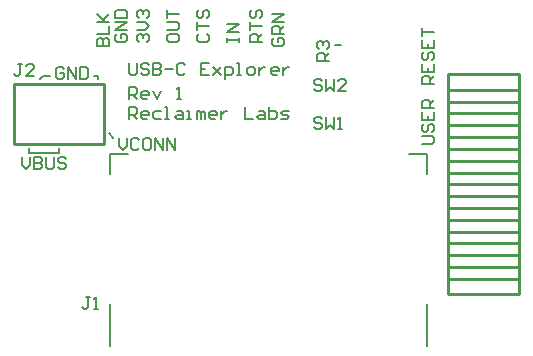
<source format=gto>
G04 Layer_Color=65535*
%FSLAX25Y25*%
%MOIN*%
G70*
G01*
G75*
%ADD17C,0.01000*%
%ADD47C,0.00787*%
%ADD48C,0.00800*%
D17*
X247189Y132386D02*
Y205614D01*
X270811D01*
Y132386D02*
Y205614D01*
X247189Y132386D02*
X270811D01*
X247189Y169000D02*
X270811D01*
X247189Y172937D02*
X270811D01*
X247189Y176874D02*
X270811D01*
X247189Y180811D02*
X270811D01*
X247189Y184748D02*
X270811D01*
X247189Y188685D02*
X270811D01*
X247189Y192622D02*
X270811D01*
X247189Y196559D02*
X270811D01*
X247189Y200496D02*
X270811D01*
X247189Y165063D02*
X270811D01*
X247189Y161126D02*
X270811D01*
X247189Y157189D02*
X270811D01*
X247189Y153252D02*
X270811D01*
X247189Y149315D02*
X270811D01*
X247189Y145378D02*
X270811D01*
X247189Y141441D02*
X270811D01*
X247189Y137504D02*
X270811D01*
X102500Y182500D02*
Y202500D01*
X132500D01*
Y182500D02*
Y202500D01*
X102500Y182500D02*
X132500D01*
D47*
X209500Y215500D02*
X211500D01*
D48*
X134500Y115000D02*
Y129000D01*
X240000Y115000D02*
Y129000D01*
X134500Y172500D02*
Y179000D01*
X140500D01*
X234000D02*
X240000D01*
Y172500D02*
Y179000D01*
X107500Y179500D02*
Y181000D01*
Y179500D02*
X117500D01*
Y181000D01*
X134000Y186000D02*
X135500Y184500D01*
X130500Y204000D02*
Y205000D01*
X129000D02*
X130500D01*
X112000D02*
X114500D01*
X111000Y204000D02*
X112000Y205000D01*
X140800Y209569D02*
Y206236D01*
X141466Y205570D01*
X142799D01*
X143466Y206236D01*
Y209569D01*
X147465Y208902D02*
X146798Y209569D01*
X145465D01*
X144799Y208902D01*
Y208236D01*
X145465Y207569D01*
X146798D01*
X147465Y206903D01*
Y206236D01*
X146798Y205570D01*
X145465D01*
X144799Y206236D01*
X148797Y209569D02*
Y205570D01*
X150797D01*
X151463Y206236D01*
Y206903D01*
X150797Y207569D01*
X148797D01*
X150797D01*
X151463Y208236D01*
Y208902D01*
X150797Y209569D01*
X148797D01*
X152796Y207569D02*
X155462D01*
X159461Y208902D02*
X158794Y209569D01*
X157461D01*
X156795Y208902D01*
Y206236D01*
X157461Y205570D01*
X158794D01*
X159461Y206236D01*
X167458Y209569D02*
X164792D01*
Y205570D01*
X167458D01*
X164792Y207569D02*
X166125D01*
X168791Y208236D02*
X171457Y205570D01*
X170124Y206903D01*
X171457Y208236D01*
X168791Y205570D01*
X172790Y204237D02*
Y208236D01*
X174789D01*
X175455Y207569D01*
Y206236D01*
X174789Y205570D01*
X172790D01*
X176788D02*
X178121D01*
X177455D01*
Y209569D01*
X176788D01*
X180787Y205570D02*
X182120D01*
X182786Y206236D01*
Y207569D01*
X182120Y208236D01*
X180787D01*
X180121Y207569D01*
Y206236D01*
X180787Y205570D01*
X184119Y208236D02*
Y205570D01*
Y206903D01*
X184786Y207569D01*
X185452Y208236D01*
X186119D01*
X190117Y205570D02*
X188785D01*
X188118Y206236D01*
Y207569D01*
X188785Y208236D01*
X190117D01*
X190784Y207569D01*
Y206903D01*
X188118D01*
X192117Y208236D02*
Y205570D01*
Y206903D01*
X192783Y207569D01*
X193450Y208236D01*
X194116D01*
X140800Y197519D02*
Y201517D01*
X142799D01*
X143466Y200851D01*
Y199518D01*
X142799Y198851D01*
X140800D01*
X142133D02*
X143466Y197519D01*
X146798D02*
X145465D01*
X144799Y198185D01*
Y199518D01*
X145465Y200184D01*
X146798D01*
X147465Y199518D01*
Y198851D01*
X144799D01*
X148797Y200184D02*
X150130Y197519D01*
X151463Y200184D01*
X156795Y197519D02*
X158128D01*
X157461D01*
Y201517D01*
X156795Y200851D01*
X140800Y190800D02*
Y194799D01*
X142799D01*
X143466Y194132D01*
Y192799D01*
X142799Y192133D01*
X140800D01*
X142133D02*
X143466Y190800D01*
X146798D02*
X145465D01*
X144799Y191466D01*
Y192799D01*
X145465Y193466D01*
X146798D01*
X147465Y192799D01*
Y192133D01*
X144799D01*
X151463Y193466D02*
X149464D01*
X148797Y192799D01*
Y191466D01*
X149464Y190800D01*
X151463D01*
X152796D02*
X154129D01*
X153463D01*
Y194799D01*
X152796D01*
X156795Y193466D02*
X158128D01*
X158794Y192799D01*
Y190800D01*
X156795D01*
X156128Y191466D01*
X156795Y192133D01*
X158794D01*
X160127Y190800D02*
X161460D01*
X160794D01*
Y193466D01*
X160127D01*
X163459Y190800D02*
Y193466D01*
X164126D01*
X164792Y192799D01*
Y190800D01*
Y192799D01*
X165459Y193466D01*
X166125Y192799D01*
Y190800D01*
X169457D02*
X168124D01*
X167458Y191466D01*
Y192799D01*
X168124Y193466D01*
X169457D01*
X170124Y192799D01*
Y192133D01*
X167458D01*
X171457Y193466D02*
Y190800D01*
Y192133D01*
X172123Y192799D01*
X172790Y193466D01*
X173456D01*
X179454Y194799D02*
Y190800D01*
X182120D01*
X184119Y193466D02*
X185452D01*
X186119Y192799D01*
Y190800D01*
X184119D01*
X183453Y191466D01*
X184119Y192133D01*
X186119D01*
X187452Y194799D02*
Y190800D01*
X189451D01*
X190117Y191466D01*
Y192133D01*
Y192799D01*
X189451Y193466D01*
X187452D01*
X191450Y190800D02*
X193450D01*
X194116Y191466D01*
X193450Y192133D01*
X192117D01*
X191450Y192799D01*
X192117Y193466D01*
X194116D01*
X205166Y190832D02*
X204499Y191499D01*
X203167D01*
X202500Y190832D01*
Y190166D01*
X203167Y189499D01*
X204499D01*
X205166Y188833D01*
Y188166D01*
X204499Y187500D01*
X203167D01*
X202500Y188166D01*
X206499Y191499D02*
Y187500D01*
X207832Y188833D01*
X209165Y187500D01*
Y191499D01*
X210497Y187500D02*
X211830D01*
X211164D01*
Y191499D01*
X210497Y190832D01*
X105166Y208999D02*
X103833D01*
X104499D01*
Y205666D01*
X103833Y205000D01*
X103166D01*
X102500Y205666D01*
X109165Y205000D02*
X106499D01*
X109165Y207666D01*
Y208332D01*
X108498Y208999D01*
X107165D01*
X106499Y208332D01*
X127666Y131499D02*
X126333D01*
X126999D01*
Y128166D01*
X126333Y127500D01*
X125666D01*
X125000Y128166D01*
X128999Y127500D02*
X130332D01*
X129665D01*
Y131499D01*
X128999Y130832D01*
X205166Y203332D02*
X204499Y203999D01*
X203167D01*
X202500Y203332D01*
Y202666D01*
X203167Y201999D01*
X204499D01*
X205166Y201333D01*
Y200666D01*
X204499Y200000D01*
X203167D01*
X202500Y200666D01*
X206499Y203999D02*
Y200000D01*
X207832Y201333D01*
X209165Y200000D01*
Y203999D01*
X213163Y200000D02*
X210497D01*
X213163Y202666D01*
Y203332D01*
X212497Y203999D01*
X211164D01*
X210497Y203332D01*
X207500Y210000D02*
X203501D01*
Y211999D01*
X204168Y212666D01*
X205501D01*
X206167Y211999D01*
Y210000D01*
Y211333D02*
X207500Y212666D01*
X204168Y213999D02*
X203501Y214665D01*
Y215998D01*
X204168Y216665D01*
X204834D01*
X205501Y215998D01*
Y215332D01*
Y215998D01*
X206167Y216665D01*
X206834D01*
X207500Y215998D01*
Y214665D01*
X206834Y213999D01*
X119166Y207332D02*
X118499Y207999D01*
X117166D01*
X116500Y207332D01*
Y204666D01*
X117166Y204000D01*
X118499D01*
X119166Y204666D01*
Y205999D01*
X117833D01*
X120499Y204000D02*
Y207999D01*
X123164Y204000D01*
Y207999D01*
X124497D02*
Y204000D01*
X126497D01*
X127163Y204666D01*
Y207332D01*
X126497Y207999D01*
X124497D01*
X137500Y184499D02*
Y181833D01*
X138833Y180500D01*
X140166Y181833D01*
Y184499D01*
X144165Y183832D02*
X143498Y184499D01*
X142165D01*
X141499Y183832D01*
Y181167D01*
X142165Y180500D01*
X143498D01*
X144165Y181167D01*
X147497Y184499D02*
X146164D01*
X145497Y183832D01*
Y181167D01*
X146164Y180500D01*
X147497D01*
X148163Y181167D01*
Y183832D01*
X147497Y184499D01*
X149496Y180500D02*
Y184499D01*
X152162Y180500D01*
Y184499D01*
X153495Y180500D02*
Y184499D01*
X156161Y180500D01*
Y184499D01*
X105000Y177999D02*
Y175333D01*
X106333Y174000D01*
X107666Y175333D01*
Y177999D01*
X108999D02*
Y174000D01*
X110998D01*
X111664Y174667D01*
Y175333D01*
X110998Y175999D01*
X108999D01*
X110998D01*
X111664Y176666D01*
Y177332D01*
X110998Y177999D01*
X108999D01*
X112997D02*
Y174667D01*
X113664Y174000D01*
X114997D01*
X115663Y174667D01*
Y177999D01*
X119662Y177332D02*
X118995Y177999D01*
X117663D01*
X116996Y177332D01*
Y176666D01*
X117663Y175999D01*
X118995D01*
X119662Y175333D01*
Y174667D01*
X118995Y174000D01*
X117663D01*
X116996Y174667D01*
X242500Y202500D02*
X238501D01*
Y204499D01*
X239168Y205166D01*
X240501D01*
X241167Y204499D01*
Y202500D01*
Y203833D02*
X242500Y205166D01*
X238501Y209165D02*
Y206499D01*
X242500D01*
Y209165D01*
X240501Y206499D02*
Y207832D01*
X239168Y213163D02*
X238501Y212497D01*
Y211164D01*
X239168Y210497D01*
X239834D01*
X240501Y211164D01*
Y212497D01*
X241167Y213163D01*
X241834D01*
X242500Y212497D01*
Y211164D01*
X241834Y210497D01*
X238501Y217162D02*
Y214496D01*
X242500D01*
Y217162D01*
X240501Y214496D02*
Y215829D01*
X238501Y218495D02*
Y221161D01*
Y219828D01*
X242500D01*
X238501Y182500D02*
X241834D01*
X242500Y183167D01*
Y184499D01*
X241834Y185166D01*
X238501D01*
X239168Y189164D02*
X238501Y188498D01*
Y187165D01*
X239168Y186499D01*
X239834D01*
X240501Y187165D01*
Y188498D01*
X241167Y189164D01*
X241834D01*
X242500Y188498D01*
Y187165D01*
X241834Y186499D01*
X238501Y193163D02*
Y190497D01*
X242500D01*
Y193163D01*
X240501Y190497D02*
Y191830D01*
X242500Y194496D02*
X238501D01*
Y196495D01*
X239168Y197162D01*
X240501D01*
X241167Y196495D01*
Y194496D01*
Y195829D02*
X242500Y197162D01*
X136668Y219166D02*
X136001Y218499D01*
Y217166D01*
X136668Y216500D01*
X139333D01*
X140000Y217166D01*
Y218499D01*
X139333Y219166D01*
X138001D01*
Y217833D01*
X140000Y220499D02*
X136001D01*
X140000Y223165D01*
X136001D01*
Y224497D02*
X140000D01*
Y226497D01*
X139333Y227163D01*
X136668D01*
X136001Y226497D01*
Y224497D01*
X144168Y216500D02*
X143501Y217166D01*
Y218499D01*
X144168Y219166D01*
X144834D01*
X145501Y218499D01*
Y217833D01*
Y218499D01*
X146167Y219166D01*
X146834D01*
X147500Y218499D01*
Y217166D01*
X146834Y216500D01*
X143501Y220499D02*
X146167D01*
X147500Y221832D01*
X146167Y223165D01*
X143501D01*
X144168Y224497D02*
X143501Y225164D01*
Y226497D01*
X144168Y227163D01*
X144834D01*
X145501Y226497D01*
Y225830D01*
Y226497D01*
X146167Y227163D01*
X146834D01*
X147500Y226497D01*
Y225164D01*
X146834Y224497D01*
X130001Y215000D02*
X134000D01*
Y216999D01*
X133334Y217666D01*
X132667D01*
X132001Y216999D01*
Y215000D01*
Y216999D01*
X131334Y217666D01*
X130668D01*
X130001Y216999D01*
Y215000D01*
Y218999D02*
X134000D01*
Y221665D01*
X130001Y222997D02*
X134000D01*
X132667D01*
X130001Y225663D01*
X132001Y223664D01*
X134000Y225663D01*
X189168Y217666D02*
X188501Y216999D01*
Y215666D01*
X189168Y215000D01*
X191833D01*
X192500Y215666D01*
Y216999D01*
X191833Y217666D01*
X190501D01*
Y216333D01*
X192500Y218999D02*
X188501D01*
Y220998D01*
X189168Y221665D01*
X190501D01*
X191167Y220998D01*
Y218999D01*
Y220332D02*
X192500Y221665D01*
Y222997D02*
X188501D01*
X192500Y225663D01*
X188501D01*
X153501Y218499D02*
Y217166D01*
X154168Y216500D01*
X156834D01*
X157500Y217166D01*
Y218499D01*
X156834Y219166D01*
X154168D01*
X153501Y218499D01*
Y220499D02*
X156834D01*
X157500Y221165D01*
Y222498D01*
X156834Y223165D01*
X153501D01*
Y224497D02*
Y227163D01*
Y225830D01*
X157500D01*
X173501Y216500D02*
Y217833D01*
Y217166D01*
X177500D01*
Y216500D01*
Y217833D01*
Y219832D02*
X173501D01*
X177500Y222498D01*
X173501D01*
X185000Y216500D02*
X181001D01*
Y218499D01*
X181668Y219166D01*
X183001D01*
X183667Y218499D01*
Y216500D01*
Y217833D02*
X185000Y219166D01*
X181001Y220499D02*
Y223165D01*
Y221832D01*
X185000D01*
X181668Y227163D02*
X181001Y226497D01*
Y225164D01*
X181668Y224497D01*
X182334D01*
X183001Y225164D01*
Y226497D01*
X183667Y227163D01*
X184334D01*
X185000Y226497D01*
Y225164D01*
X184334Y224497D01*
X164168Y219166D02*
X163501Y218499D01*
Y217166D01*
X164168Y216500D01*
X166833D01*
X167500Y217166D01*
Y218499D01*
X166833Y219166D01*
X163501Y220499D02*
Y223165D01*
Y221832D01*
X167500D01*
X164168Y227163D02*
X163501Y226497D01*
Y225164D01*
X164168Y224497D01*
X164834D01*
X165501Y225164D01*
Y226497D01*
X166167Y227163D01*
X166833D01*
X167500Y226497D01*
Y225164D01*
X166833Y224497D01*
M02*

</source>
